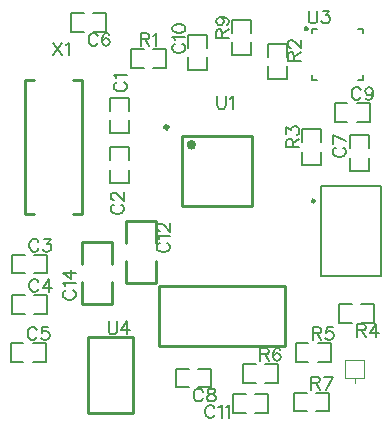
<source format=gto>
G04 Layer: TopSilkLayer*
G04 EasyEDA v6.4.5, 2020-09-10T17:23:05--4:00*
G04 2e966794ef5b4dc9b60ed7227ec9bd29,ebf70693e8d24e819ce4a1bff5f43d4f,10*
G04 Gerber Generator version 0.2*
G04 Scale: 100 percent, Rotated: No, Reflected: No *
G04 Dimensions in millimeters *
G04 leading zeros omitted , absolute positions ,3 integer and 3 decimal *
%FSLAX33Y33*%
%MOMM*%
G90*
G71D02*

%ADD10C,0.254000*%
%ADD30C,0.200000*%
%ADD31C,0.100000*%
%ADD32C,0.101600*%
%ADD33C,0.203200*%
%ADD34C,0.299999*%
%ADD35C,0.399999*%
%ADD36C,0.152400*%

%LPD*%
G54D10*
G01X20730Y24298D02*
G01X14831Y24298D01*
G01X14831Y18398D01*
G01X20730Y18398D01*
G01X20730Y24298D01*
G01X2288Y17668D02*
G01X1538Y17668D01*
G01X1538Y29067D01*
G01X2288Y29067D01*
G01X5588Y17668D02*
G01X6338Y17668D01*
G01X6338Y29067D01*
G01X5588Y29067D01*
G54D30*
G01X8725Y26434D02*
G01X8725Y27534D01*
G01X10326Y27534D01*
G01X10326Y26434D01*
G01X8725Y25634D02*
G01X8725Y24534D01*
G01X9725Y24534D01*
G01X10326Y24534D01*
G01X10326Y25634D01*
G01X8725Y22243D02*
G01X8725Y23343D01*
G01X10326Y23343D01*
G01X10326Y22243D01*
G01X8725Y21443D02*
G01X8725Y20343D01*
G01X9725Y20343D01*
G01X10326Y20343D01*
G01X10326Y21443D01*
G01X2305Y14262D02*
G01X3405Y14262D01*
G01X3405Y12661D01*
G01X2305Y12661D01*
G01X1505Y14262D02*
G01X405Y14262D01*
G01X405Y13262D01*
G01X405Y12661D01*
G01X1505Y12661D01*
G01X2305Y10833D02*
G01X3405Y10833D01*
G01X3405Y9232D01*
G01X2305Y9232D01*
G01X1505Y10833D02*
G01X405Y10833D01*
G01X405Y9833D01*
G01X405Y9232D01*
G01X1505Y9232D01*
G01X2178Y6769D02*
G01X3278Y6769D01*
G01X3278Y5168D01*
G01X2178Y5168D01*
G01X1378Y6769D02*
G01X278Y6769D01*
G01X278Y5769D01*
G01X278Y5168D01*
G01X1378Y5168D01*
G01X11539Y30060D02*
G01X10439Y30060D01*
G01X10439Y31661D01*
G01X11539Y31661D01*
G01X12339Y30060D02*
G01X13439Y30060D01*
G01X13439Y31060D01*
G01X13439Y31661D01*
G01X12339Y31661D01*
G01X25790Y32979D02*
G01X25790Y33379D01*
G01X26190Y33379D01*
G01X29691Y33379D02*
G01X30091Y33379D01*
G01X30091Y32979D01*
G01X29691Y29079D02*
G01X30091Y29079D01*
G01X30091Y29479D01*
G01X26190Y29079D02*
G01X25790Y29079D01*
G01X25790Y29479D01*
G54D10*
G01X12827Y11557D02*
G01X23495Y11557D01*
G01X23495Y6477D01*
G01X12827Y6477D01*
G01X12827Y11557D01*
G54D30*
G01X15349Y3009D02*
G01X14249Y3009D01*
G01X14249Y4610D01*
G01X15349Y4610D01*
G01X16149Y3009D02*
G01X17249Y3009D01*
G01X17249Y4009D01*
G01X17249Y4610D01*
G01X16149Y4610D01*
G01X23661Y30207D02*
G01X23661Y29107D01*
G01X22060Y29107D01*
G01X22060Y30207D01*
G01X23661Y31007D02*
G01X23661Y32107D01*
G01X22661Y32107D01*
G01X22060Y32107D01*
G01X22060Y31007D01*
G01X29610Y27089D02*
G01X30710Y27089D01*
G01X30710Y25488D01*
G01X29610Y25488D01*
G01X28810Y27089D02*
G01X27710Y27089D01*
G01X27710Y26089D01*
G01X27710Y25488D01*
G01X28810Y25488D01*
G01X24981Y23767D02*
G01X24981Y24867D01*
G01X26582Y24867D01*
G01X26582Y23767D01*
G01X24981Y22967D02*
G01X24981Y21867D01*
G01X25981Y21867D01*
G01X26582Y21867D01*
G01X26582Y22967D01*
G01X29192Y8470D02*
G01X28092Y8470D01*
G01X28092Y10071D01*
G01X29192Y10071D01*
G01X29992Y8470D02*
G01X31092Y8470D01*
G01X31092Y9470D01*
G01X31092Y10071D01*
G01X29992Y10071D01*
G01X15329Y31768D02*
G01X15329Y32868D01*
G01X16930Y32868D01*
G01X16930Y31768D01*
G01X15329Y30968D02*
G01X15329Y29868D01*
G01X16329Y29868D01*
G01X16930Y29868D01*
G01X16930Y30968D01*
G54D31*
G01X28615Y3771D02*
G01X28615Y5372D01*
G01X30213Y5372D01*
G01X30213Y3771D01*
G01X28615Y3771D01*
G54D32*
G01X29413Y3772D02*
G01X29413Y3372D01*
G54D30*
G01X26308Y6769D02*
G01X27408Y6769D01*
G01X27408Y5168D01*
G01X26308Y5168D01*
G01X25508Y6769D02*
G01X24408Y6769D01*
G01X24408Y5769D01*
G01X24408Y5168D01*
G01X25508Y5168D01*
G01X21863Y4991D02*
G01X22963Y4991D01*
G01X22963Y3390D01*
G01X21863Y3390D01*
G01X21063Y4991D02*
G01X19963Y4991D01*
G01X19963Y3991D01*
G01X19963Y3390D01*
G01X21063Y3390D01*
G01X26181Y2578D02*
G01X27281Y2578D01*
G01X27281Y977D01*
G01X26181Y977D01*
G01X25381Y2578D02*
G01X24281Y2578D01*
G01X24281Y1578D01*
G01X24281Y977D01*
G01X25381Y977D01*
G54D33*
G01X26543Y12446D02*
G01X31623Y12446D01*
G01X31623Y20066D01*
G01X26543Y20066D01*
G01X26543Y12446D01*
G01X26543Y17314D01*
G54D30*
G01X19012Y33038D02*
G01X19012Y34138D01*
G01X20613Y34138D01*
G01X20613Y33038D01*
G01X19012Y32238D02*
G01X19012Y31138D01*
G01X20012Y31138D01*
G01X20613Y31138D01*
G01X20613Y32238D01*
G01X20175Y850D02*
G01X19075Y850D01*
G01X19075Y2451D01*
G01X20175Y2451D01*
G01X20975Y850D02*
G01X22075Y850D01*
G01X22075Y1850D01*
G01X22075Y2451D01*
G01X20975Y2451D01*
G54D10*
G01X6838Y7263D02*
G01X6838Y864D01*
G01X6838Y7263D02*
G01X10638Y7263D01*
G01X10638Y864D02*
G01X10638Y7263D01*
G01X10638Y864D02*
G01X6838Y864D01*
G54D30*
G01X30646Y22460D02*
G01X30646Y21360D01*
G01X29045Y21360D01*
G01X29045Y22460D01*
G01X30646Y23260D02*
G01X30646Y24360D01*
G01X29646Y24360D01*
G01X29045Y24360D01*
G01X29045Y23260D01*
G54D10*
G01X12573Y15240D02*
G01X12573Y17088D01*
G01X10033Y17088D01*
G01X10033Y15240D01*
G01X10033Y13716D02*
G01X10033Y11857D01*
G01X12573Y11857D01*
G01X12573Y13716D01*
G54D30*
G01X6459Y33108D02*
G01X5359Y33108D01*
G01X5359Y34709D01*
G01X6459Y34709D01*
G01X7259Y33108D02*
G01X8359Y33108D01*
G01X8359Y34108D01*
G01X8359Y34709D01*
G01X7259Y34709D01*
G54D10*
G01X6350Y11938D02*
G01X6350Y10089D01*
G01X8890Y10089D01*
G01X8890Y11938D01*
G01X8890Y13462D02*
G01X8890Y15320D01*
G01X6350Y15320D01*
G01X6350Y13462D01*
G54D36*
G01X17780Y27663D02*
G01X17780Y26883D01*
G01X17831Y26725D01*
G01X17935Y26624D01*
G01X18093Y26570D01*
G01X18197Y26570D01*
G01X18352Y26624D01*
G01X18456Y26725D01*
G01X18507Y26883D01*
G01X18507Y27663D01*
G01X18850Y27454D02*
G01X18954Y27505D01*
G01X19111Y27663D01*
G01X19111Y26570D01*
G01X3913Y32212D02*
G01X4639Y31122D01*
G01X4639Y32212D02*
G01X3913Y31122D01*
G01X4982Y32004D02*
G01X5086Y32057D01*
G01X5244Y32212D01*
G01X5244Y31122D01*
G01X9277Y28862D02*
G01X9172Y28808D01*
G01X9068Y28704D01*
G01X9017Y28602D01*
G01X9017Y28394D01*
G01X9068Y28290D01*
G01X9172Y28186D01*
G01X9277Y28133D01*
G01X9431Y28082D01*
G01X9691Y28082D01*
G01X9848Y28133D01*
G01X9952Y28186D01*
G01X10056Y28290D01*
G01X10107Y28394D01*
G01X10107Y28602D01*
G01X10056Y28704D01*
G01X9952Y28808D01*
G01X9848Y28862D01*
G01X9223Y29204D02*
G01X9172Y29309D01*
G01X9017Y29464D01*
G01X10107Y29464D01*
G01X9023Y18488D02*
G01X8918Y18435D01*
G01X8814Y18331D01*
G01X8763Y18229D01*
G01X8763Y18021D01*
G01X8814Y17917D01*
G01X8918Y17813D01*
G01X9023Y17759D01*
G01X9177Y17708D01*
G01X9437Y17708D01*
G01X9594Y17759D01*
G01X9698Y17813D01*
G01X9802Y17917D01*
G01X9853Y18021D01*
G01X9853Y18229D01*
G01X9802Y18331D01*
G01X9698Y18435D01*
G01X9594Y18488D01*
G01X9023Y18882D02*
G01X8969Y18882D01*
G01X8865Y18935D01*
G01X8814Y18986D01*
G01X8763Y19090D01*
G01X8763Y19298D01*
G01X8814Y19403D01*
G01X8865Y19453D01*
G01X8969Y19507D01*
G01X9073Y19507D01*
G01X9177Y19453D01*
G01X9335Y19349D01*
G01X9853Y18831D01*
G01X9853Y19558D01*
G01X2647Y15346D02*
G01X2594Y15450D01*
G01X2490Y15554D01*
G01X2388Y15605D01*
G01X2180Y15605D01*
G01X2076Y15554D01*
G01X1972Y15450D01*
G01X1918Y15346D01*
G01X1867Y15191D01*
G01X1867Y14932D01*
G01X1918Y14775D01*
G01X1972Y14671D01*
G01X2076Y14566D01*
G01X2180Y14516D01*
G01X2388Y14516D01*
G01X2490Y14566D01*
G01X2594Y14671D01*
G01X2647Y14775D01*
G01X3094Y15605D02*
G01X3666Y15605D01*
G01X3353Y15191D01*
G01X3508Y15191D01*
G01X3612Y15138D01*
G01X3666Y15087D01*
G01X3717Y14932D01*
G01X3717Y14828D01*
G01X3666Y14671D01*
G01X3562Y14566D01*
G01X3404Y14516D01*
G01X3249Y14516D01*
G01X3094Y14566D01*
G01X3041Y14620D01*
G01X2990Y14724D01*
G01X2647Y11917D02*
G01X2594Y12021D01*
G01X2490Y12125D01*
G01X2388Y12176D01*
G01X2180Y12176D01*
G01X2076Y12125D01*
G01X1972Y12021D01*
G01X1918Y11917D01*
G01X1867Y11762D01*
G01X1867Y11503D01*
G01X1918Y11346D01*
G01X1972Y11242D01*
G01X2076Y11137D01*
G01X2180Y11087D01*
G01X2388Y11087D01*
G01X2490Y11137D01*
G01X2594Y11242D01*
G01X2647Y11346D01*
G01X3508Y12176D02*
G01X2990Y11450D01*
G01X3770Y11450D01*
G01X3508Y12176D02*
G01X3508Y11087D01*
G01X2520Y7853D02*
G01X2467Y7957D01*
G01X2363Y8061D01*
G01X2261Y8112D01*
G01X2053Y8112D01*
G01X1949Y8061D01*
G01X1845Y7957D01*
G01X1791Y7853D01*
G01X1740Y7698D01*
G01X1740Y7439D01*
G01X1791Y7282D01*
G01X1845Y7178D01*
G01X1949Y7073D01*
G01X2053Y7023D01*
G01X2261Y7023D01*
G01X2363Y7073D01*
G01X2467Y7178D01*
G01X2520Y7282D01*
G01X3485Y8112D02*
G01X2967Y8112D01*
G01X2914Y7645D01*
G01X2967Y7698D01*
G01X3122Y7749D01*
G01X3277Y7749D01*
G01X3435Y7698D01*
G01X3539Y7594D01*
G01X3590Y7439D01*
G01X3590Y7335D01*
G01X3539Y7178D01*
G01X3435Y7073D01*
G01X3277Y7023D01*
G01X3122Y7023D01*
G01X2967Y7073D01*
G01X2914Y7127D01*
G01X2863Y7231D01*
G01X11303Y33007D02*
G01X11303Y31917D01*
G01X11303Y33007D02*
G01X11771Y33007D01*
G01X11926Y32956D01*
G01X11979Y32905D01*
G01X12030Y32801D01*
G01X12030Y32697D01*
G01X11979Y32593D01*
G01X11926Y32539D01*
G01X11771Y32489D01*
G01X11303Y32489D01*
G01X11667Y32489D02*
G01X12030Y31917D01*
G01X12373Y32801D02*
G01X12477Y32852D01*
G01X12634Y33007D01*
G01X12634Y31917D01*
G01X25527Y34924D02*
G01X25527Y34145D01*
G01X25578Y33987D01*
G01X25682Y33883D01*
G01X25840Y33832D01*
G01X25944Y33832D01*
G01X26099Y33883D01*
G01X26203Y33987D01*
G01X26254Y34145D01*
G01X26254Y34924D01*
G01X26701Y34924D02*
G01X27272Y34924D01*
G01X26963Y34508D01*
G01X27118Y34508D01*
G01X27222Y34455D01*
G01X27272Y34404D01*
G01X27326Y34249D01*
G01X27326Y34145D01*
G01X27272Y33987D01*
G01X27168Y33883D01*
G01X27013Y33832D01*
G01X26858Y33832D01*
G01X26701Y33883D01*
G01X26650Y33936D01*
G01X26597Y34041D01*
G01X16566Y2651D02*
G01X16513Y2755D01*
G01X16409Y2860D01*
G01X16307Y2910D01*
G01X16099Y2910D01*
G01X15995Y2860D01*
G01X15891Y2755D01*
G01X15837Y2651D01*
G01X15787Y2496D01*
G01X15787Y2237D01*
G01X15837Y2080D01*
G01X15891Y1976D01*
G01X15995Y1871D01*
G01X16099Y1821D01*
G01X16307Y1821D01*
G01X16409Y1871D01*
G01X16513Y1976D01*
G01X16566Y2080D01*
G01X17168Y2910D02*
G01X17013Y2860D01*
G01X16960Y2755D01*
G01X16960Y2651D01*
G01X17013Y2547D01*
G01X17118Y2496D01*
G01X17323Y2443D01*
G01X17481Y2392D01*
G01X17585Y2288D01*
G01X17636Y2184D01*
G01X17636Y2029D01*
G01X17585Y1925D01*
G01X17532Y1871D01*
G01X17377Y1821D01*
G01X17168Y1821D01*
G01X17013Y1871D01*
G01X16960Y1925D01*
G01X16909Y2029D01*
G01X16909Y2184D01*
G01X16960Y2288D01*
G01X17064Y2392D01*
G01X17222Y2443D01*
G01X17427Y2496D01*
G01X17532Y2547D01*
G01X17585Y2651D01*
G01X17585Y2755D01*
G01X17532Y2860D01*
G01X17377Y2910D01*
G01X17168Y2910D01*
G01X23760Y30645D02*
G01X24849Y30645D01*
G01X23760Y30645D02*
G01X23760Y31112D01*
G01X23810Y31267D01*
G01X23861Y31320D01*
G01X23965Y31371D01*
G01X24070Y31371D01*
G01X24174Y31320D01*
G01X24227Y31267D01*
G01X24278Y31112D01*
G01X24278Y30645D01*
G01X24278Y31008D02*
G01X24849Y31371D01*
G01X24019Y31767D02*
G01X23965Y31767D01*
G01X23861Y31818D01*
G01X23810Y31871D01*
G01X23760Y31976D01*
G01X23760Y32181D01*
G01X23810Y32285D01*
G01X23861Y32339D01*
G01X23965Y32390D01*
G01X24070Y32390D01*
G01X24174Y32339D01*
G01X24331Y32235D01*
G01X24849Y31714D01*
G01X24849Y32443D01*
G01X29952Y28173D02*
G01X29899Y28277D01*
G01X29795Y28381D01*
G01X29693Y28432D01*
G01X29485Y28432D01*
G01X29381Y28381D01*
G01X29277Y28277D01*
G01X29223Y28173D01*
G01X29172Y28018D01*
G01X29172Y27759D01*
G01X29223Y27602D01*
G01X29277Y27498D01*
G01X29381Y27393D01*
G01X29485Y27343D01*
G01X29693Y27343D01*
G01X29795Y27393D01*
G01X29899Y27498D01*
G01X29952Y27602D01*
G01X30971Y28069D02*
G01X30917Y27914D01*
G01X30813Y27810D01*
G01X30658Y27759D01*
G01X30607Y27759D01*
G01X30450Y27810D01*
G01X30346Y27914D01*
G01X30295Y28069D01*
G01X30295Y28122D01*
G01X30346Y28277D01*
G01X30450Y28381D01*
G01X30607Y28432D01*
G01X30658Y28432D01*
G01X30813Y28381D01*
G01X30917Y28277D01*
G01X30971Y28069D01*
G01X30971Y27810D01*
G01X30917Y27551D01*
G01X30813Y27393D01*
G01X30658Y27343D01*
G01X30554Y27343D01*
G01X30399Y27393D01*
G01X30346Y27498D01*
G01X23638Y23329D02*
G01X24727Y23329D01*
G01X23638Y23329D02*
G01X23638Y23797D01*
G01X23689Y23952D01*
G01X23739Y24005D01*
G01X23843Y24056D01*
G01X23948Y24056D01*
G01X24052Y24005D01*
G01X24105Y23952D01*
G01X24156Y23797D01*
G01X24156Y23329D01*
G01X24156Y23693D02*
G01X24727Y24056D01*
G01X23638Y24503D02*
G01X23638Y25074D01*
G01X24052Y24765D01*
G01X24052Y24919D01*
G01X24105Y25024D01*
G01X24156Y25074D01*
G01X24311Y25128D01*
G01X24415Y25128D01*
G01X24572Y25074D01*
G01X24677Y24970D01*
G01X24727Y24815D01*
G01X24727Y24660D01*
G01X24677Y24503D01*
G01X24623Y24452D01*
G01X24519Y24399D01*
G01X29630Y8371D02*
G01X29630Y7282D01*
G01X29630Y8371D02*
G01X30097Y8371D01*
G01X30252Y8321D01*
G01X30305Y8270D01*
G01X30356Y8166D01*
G01X30356Y8061D01*
G01X30305Y7957D01*
G01X30252Y7904D01*
G01X30097Y7853D01*
G01X29630Y7853D01*
G01X29993Y7853D02*
G01X30356Y7282D01*
G01X31220Y8371D02*
G01X30699Y7645D01*
G01X31479Y7645D01*
G01X31220Y8371D02*
G01X31220Y7282D01*
G01X14245Y32110D02*
G01X14141Y32057D01*
G01X14037Y31953D01*
G01X13986Y31851D01*
G01X13986Y31643D01*
G01X14037Y31539D01*
G01X14141Y31435D01*
G01X14245Y31381D01*
G01X14400Y31330D01*
G01X14659Y31330D01*
G01X14816Y31381D01*
G01X14920Y31435D01*
G01X15025Y31539D01*
G01X15075Y31643D01*
G01X15075Y31851D01*
G01X15025Y31953D01*
G01X14920Y32057D01*
G01X14816Y32110D01*
G01X14191Y32453D02*
G01X14141Y32557D01*
G01X13986Y32712D01*
G01X15075Y32712D01*
G01X13986Y33367D02*
G01X14037Y33210D01*
G01X14191Y33108D01*
G01X14453Y33055D01*
G01X14608Y33055D01*
G01X14867Y33108D01*
G01X15025Y33210D01*
G01X15075Y33367D01*
G01X15075Y33472D01*
G01X15025Y33627D01*
G01X14867Y33731D01*
G01X14608Y33782D01*
G01X14453Y33782D01*
G01X14191Y33731D01*
G01X14037Y33627D01*
G01X13986Y33472D01*
G01X13986Y33367D01*
G01X25870Y8112D02*
G01X25870Y7023D01*
G01X25870Y8112D02*
G01X26338Y8112D01*
G01X26493Y8061D01*
G01X26546Y8011D01*
G01X26597Y7907D01*
G01X26597Y7802D01*
G01X26546Y7698D01*
G01X26493Y7645D01*
G01X26338Y7594D01*
G01X25870Y7594D01*
G01X26234Y7594D02*
G01X26597Y7023D01*
G01X27565Y8112D02*
G01X27044Y8112D01*
G01X26993Y7645D01*
G01X27044Y7698D01*
G01X27201Y7749D01*
G01X27356Y7749D01*
G01X27511Y7698D01*
G01X27615Y7594D01*
G01X27669Y7439D01*
G01X27669Y7335D01*
G01X27615Y7178D01*
G01X27511Y7073D01*
G01X27356Y7023D01*
G01X27201Y7023D01*
G01X27044Y7073D01*
G01X26993Y7127D01*
G01X26940Y7231D01*
G01X21425Y6334D02*
G01X21425Y5245D01*
G01X21425Y6334D02*
G01X21893Y6334D01*
G01X22048Y6283D01*
G01X22101Y6233D01*
G01X22152Y6129D01*
G01X22152Y6024D01*
G01X22101Y5920D01*
G01X22048Y5867D01*
G01X21893Y5816D01*
G01X21425Y5816D01*
G01X21789Y5816D02*
G01X22152Y5245D01*
G01X23120Y6179D02*
G01X23066Y6283D01*
G01X22911Y6334D01*
G01X22807Y6334D01*
G01X22652Y6283D01*
G01X22548Y6129D01*
G01X22495Y5867D01*
G01X22495Y5608D01*
G01X22548Y5400D01*
G01X22652Y5295D01*
G01X22807Y5245D01*
G01X22860Y5245D01*
G01X23015Y5295D01*
G01X23120Y5400D01*
G01X23170Y5557D01*
G01X23170Y5608D01*
G01X23120Y5763D01*
G01X23015Y5867D01*
G01X22860Y5920D01*
G01X22807Y5920D01*
G01X22652Y5867D01*
G01X22548Y5763D01*
G01X22495Y5608D01*
G01X25743Y3921D02*
G01X25743Y2832D01*
G01X25743Y3921D02*
G01X26211Y3921D01*
G01X26366Y3870D01*
G01X26419Y3820D01*
G01X26470Y3716D01*
G01X26470Y3611D01*
G01X26419Y3507D01*
G01X26366Y3454D01*
G01X26211Y3403D01*
G01X25743Y3403D01*
G01X26107Y3403D02*
G01X26470Y2832D01*
G01X27542Y3921D02*
G01X27021Y2832D01*
G01X26813Y3921D02*
G01X27542Y3921D01*
G01X17669Y32600D02*
G01X18758Y32600D01*
G01X17669Y32600D02*
G01X17669Y33068D01*
G01X17720Y33223D01*
G01X17770Y33276D01*
G01X17874Y33327D01*
G01X17979Y33327D01*
G01X18083Y33276D01*
G01X18136Y33223D01*
G01X18187Y33068D01*
G01X18187Y32600D01*
G01X18187Y32964D02*
G01X18758Y33327D01*
G01X18032Y34345D02*
G01X18187Y34295D01*
G01X18291Y34190D01*
G01X18342Y34036D01*
G01X18342Y33982D01*
G01X18291Y33827D01*
G01X18187Y33723D01*
G01X18032Y33670D01*
G01X17979Y33670D01*
G01X17824Y33723D01*
G01X17720Y33827D01*
G01X17669Y33982D01*
G01X17669Y34036D01*
G01X17720Y34190D01*
G01X17824Y34295D01*
G01X18032Y34345D01*
G01X18291Y34345D01*
G01X18550Y34295D01*
G01X18708Y34190D01*
G01X18758Y34036D01*
G01X18758Y33931D01*
G01X18708Y33774D01*
G01X18603Y33723D01*
G01X17544Y1264D02*
G01X17491Y1369D01*
G01X17387Y1473D01*
G01X17285Y1524D01*
G01X17077Y1524D01*
G01X16973Y1473D01*
G01X16869Y1369D01*
G01X16815Y1264D01*
G01X16765Y1109D01*
G01X16765Y850D01*
G01X16815Y693D01*
G01X16869Y589D01*
G01X16973Y485D01*
G01X17077Y434D01*
G01X17285Y434D01*
G01X17387Y485D01*
G01X17491Y589D01*
G01X17544Y693D01*
G01X17887Y1318D02*
G01X17991Y1369D01*
G01X18146Y1524D01*
G01X18146Y434D01*
G01X18489Y1318D02*
G01X18593Y1369D01*
G01X18748Y1524D01*
G01X18748Y434D01*
G01X8586Y8608D02*
G01X8586Y7828D01*
G01X8637Y7673D01*
G01X8741Y7569D01*
G01X8899Y7518D01*
G01X9003Y7518D01*
G01X9158Y7569D01*
G01X9262Y7673D01*
G01X9313Y7828D01*
G01X9313Y8608D01*
G01X10176Y8608D02*
G01X9656Y7881D01*
G01X10436Y7881D01*
G01X10176Y8608D02*
G01X10176Y7518D01*
G01X27819Y23314D02*
G01X27714Y23261D01*
G01X27610Y23157D01*
G01X27559Y23055D01*
G01X27559Y22847D01*
G01X27610Y22743D01*
G01X27714Y22639D01*
G01X27819Y22585D01*
G01X27974Y22534D01*
G01X28233Y22534D01*
G01X28390Y22585D01*
G01X28494Y22639D01*
G01X28598Y22743D01*
G01X28649Y22847D01*
G01X28649Y23055D01*
G01X28598Y23157D01*
G01X28494Y23261D01*
G01X28390Y23314D01*
G01X27559Y24384D02*
G01X28649Y23865D01*
G01X27559Y23657D02*
G01X27559Y24384D01*
G01X12932Y15257D02*
G01X12827Y15204D01*
G01X12723Y15100D01*
G01X12673Y14998D01*
G01X12673Y14790D01*
G01X12723Y14686D01*
G01X12827Y14582D01*
G01X12932Y14528D01*
G01X13087Y14478D01*
G01X13346Y14478D01*
G01X13503Y14528D01*
G01X13607Y14582D01*
G01X13711Y14686D01*
G01X13762Y14790D01*
G01X13762Y14998D01*
G01X13711Y15100D01*
G01X13607Y15204D01*
G01X13503Y15257D01*
G01X12878Y15600D02*
G01X12827Y15704D01*
G01X12673Y15859D01*
G01X13762Y15859D01*
G01X12932Y16256D02*
G01X12878Y16256D01*
G01X12774Y16306D01*
G01X12723Y16357D01*
G01X12673Y16461D01*
G01X12673Y16670D01*
G01X12723Y16774D01*
G01X12774Y16827D01*
G01X12878Y16878D01*
G01X12982Y16878D01*
G01X13087Y16827D01*
G01X13244Y16723D01*
G01X13762Y16202D01*
G01X13762Y16929D01*
G01X7676Y32750D02*
G01X7623Y32854D01*
G01X7519Y32959D01*
G01X7417Y33009D01*
G01X7209Y33009D01*
G01X7105Y32959D01*
G01X7001Y32854D01*
G01X6947Y32750D01*
G01X6897Y32595D01*
G01X6897Y32336D01*
G01X6947Y32179D01*
G01X7001Y32075D01*
G01X7105Y31970D01*
G01X7209Y31920D01*
G01X7417Y31920D01*
G01X7519Y31970D01*
G01X7623Y32075D01*
G01X7676Y32179D01*
G01X8642Y32854D02*
G01X8591Y32959D01*
G01X8433Y33009D01*
G01X8332Y33009D01*
G01X8174Y32959D01*
G01X8070Y32804D01*
G01X8019Y32542D01*
G01X8019Y32283D01*
G01X8070Y32075D01*
G01X8174Y31970D01*
G01X8332Y31920D01*
G01X8382Y31920D01*
G01X8537Y31970D01*
G01X8642Y32075D01*
G01X8695Y32232D01*
G01X8695Y32283D01*
G01X8642Y32438D01*
G01X8537Y32542D01*
G01X8382Y32595D01*
G01X8332Y32595D01*
G01X8174Y32542D01*
G01X8070Y32438D01*
G01X8019Y32283D01*
G01X4959Y11229D02*
G01X4854Y11175D01*
G01X4750Y11071D01*
G01X4699Y10970D01*
G01X4699Y10761D01*
G01X4750Y10657D01*
G01X4854Y10553D01*
G01X4959Y10500D01*
G01X5114Y10449D01*
G01X5373Y10449D01*
G01X5530Y10500D01*
G01X5634Y10553D01*
G01X5738Y10657D01*
G01X5789Y10761D01*
G01X5789Y10970D01*
G01X5738Y11071D01*
G01X5634Y11175D01*
G01X5530Y11229D01*
G01X4905Y11572D02*
G01X4854Y11676D01*
G01X4699Y11831D01*
G01X5789Y11831D01*
G01X4699Y12694D02*
G01X5426Y12174D01*
G01X5426Y12953D01*
G01X4699Y12694D02*
G01X5789Y12694D01*
G54D34*
G75*
G01X13631Y25049D02*
G03X13631Y25047I-150J-1D01*
G01*
G54D35*
G75*
G01X15782Y23548D02*
G03X15782Y23546I-200J-1D01*
G01*
G54D10*
G75*
G01X26036Y18796D02*
G03X26036Y18796I-127J0D01*
G01*

%LPD*%
G36*
G01X25334Y33593D02*
G01X25312Y33593D01*
G01X25291Y33591D01*
G01X25271Y33587D01*
G01X25251Y33581D01*
G01X25231Y33573D01*
G01X25212Y33564D01*
G01X25195Y33552D01*
G01X25178Y33539D01*
G01X25163Y33524D01*
G01X25150Y33508D01*
G01X25138Y33491D01*
G01X25127Y33472D01*
G01X25119Y33453D01*
G01X25112Y33433D01*
G01X25108Y33412D01*
G01X25105Y33392D01*
G01X25104Y33370D01*
G01X25106Y33349D01*
G01X25109Y33329D01*
G01X25115Y33308D01*
G01X25122Y33289D01*
G01X25132Y33270D01*
G01X25143Y33252D01*
G01X25155Y33235D01*
G01X25170Y33219D01*
G01X25185Y33205D01*
G01X25202Y33193D01*
G01X25220Y33182D01*
G01X25240Y33173D01*
G01X25259Y33166D01*
G01X25280Y33161D01*
G01X25301Y33158D01*
G01X25322Y33157D01*
G01X25324Y33157D01*
G01X25345Y33158D01*
G01X25366Y33161D01*
G01X25387Y33166D01*
G01X25406Y33173D01*
G01X25426Y33182D01*
G01X25444Y33193D01*
G01X25461Y33205D01*
G01X25476Y33219D01*
G01X25491Y33235D01*
G01X25503Y33252D01*
G01X25514Y33270D01*
G01X25524Y33289D01*
G01X25531Y33308D01*
G01X25537Y33329D01*
G01X25540Y33349D01*
G01X25542Y33370D01*
G01X25541Y33392D01*
G01X25538Y33412D01*
G01X25534Y33433D01*
G01X25527Y33453D01*
G01X25519Y33472D01*
G01X25508Y33491D01*
G01X25496Y33508D01*
G01X25483Y33524D01*
G01X25468Y33539D01*
G01X25451Y33552D01*
G01X25434Y33564D01*
G01X25415Y33573D01*
G01X25395Y33581D01*
G01X25375Y33587D01*
G01X25355Y33591D01*
G01X25334Y33593D01*
G37*
M00*
M02*

</source>
